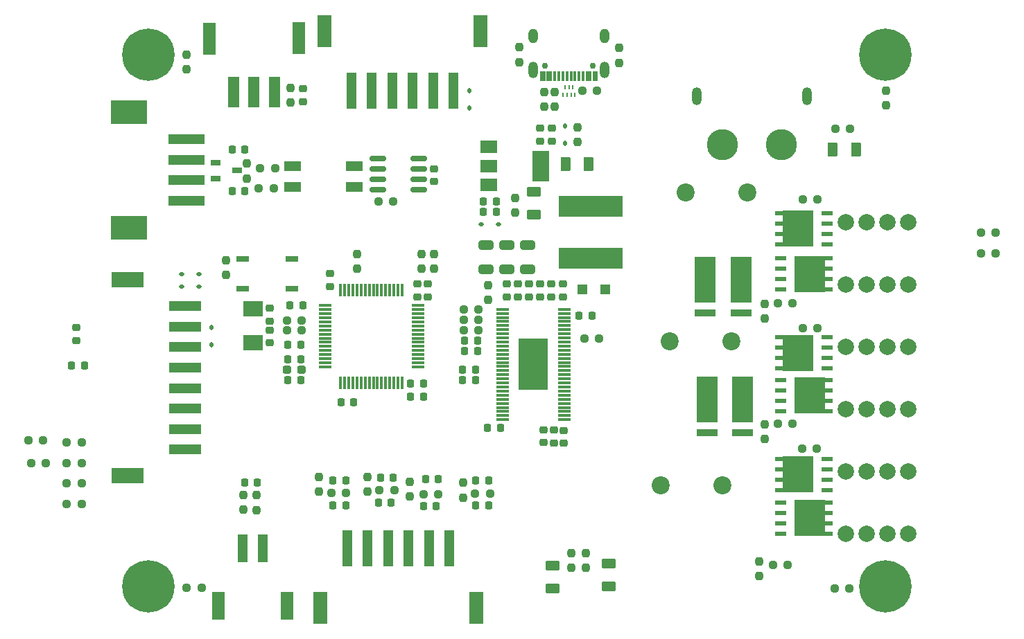
<source format=gts>
G04 #@! TF.GenerationSoftware,KiCad,Pcbnew,7.0.10*
G04 #@! TF.CreationDate,2024-02-17T13:30:06-08:00*
G04 #@! TF.ProjectId,BLDC_Motor Controller,424c4443-5f4d-46f7-946f-7220436f6e74,rev01_1*
G04 #@! TF.SameCoordinates,Original*
G04 #@! TF.FileFunction,Soldermask,Top*
G04 #@! TF.FilePolarity,Negative*
%FSLAX46Y46*%
G04 Gerber Fmt 4.6, Leading zero omitted, Abs format (unit mm)*
G04 Created by KiCad (PCBNEW 7.0.10) date 2024-02-17 13:30:06*
%MOMM*%
%LPD*%
G01*
G04 APERTURE LIST*
G04 Aperture macros list*
%AMRoundRect*
0 Rectangle with rounded corners*
0 $1 Rounding radius*
0 $2 $3 $4 $5 $6 $7 $8 $9 X,Y pos of 4 corners*
0 Add a 4 corners polygon primitive as box body*
4,1,4,$2,$3,$4,$5,$6,$7,$8,$9,$2,$3,0*
0 Add four circle primitives for the rounded corners*
1,1,$1+$1,$2,$3*
1,1,$1+$1,$4,$5*
1,1,$1+$1,$6,$7*
1,1,$1+$1,$8,$9*
0 Add four rect primitives between the rounded corners*
20,1,$1+$1,$2,$3,$4,$5,0*
20,1,$1+$1,$4,$5,$6,$7,0*
20,1,$1+$1,$6,$7,$8,$9,0*
20,1,$1+$1,$8,$9,$2,$3,0*%
G04 Aperture macros list end*
%ADD10RoundRect,0.237500X0.237500X-0.250000X0.237500X0.250000X-0.237500X0.250000X-0.237500X-0.250000X0*%
%ADD11RoundRect,0.225000X0.225000X0.250000X-0.225000X0.250000X-0.225000X-0.250000X0.225000X-0.250000X0*%
%ADD12RoundRect,0.237500X0.250000X0.237500X-0.250000X0.237500X-0.250000X-0.237500X0.250000X-0.237500X0*%
%ADD13RoundRect,0.237500X-0.250000X-0.237500X0.250000X-0.237500X0.250000X0.237500X-0.250000X0.237500X0*%
%ADD14C,2.200000*%
%ADD15R,1.397003X0.609601*%
%ADD16R,3.810008X4.500000*%
%ADD17RoundRect,0.225000X-0.225000X-0.250000X0.225000X-0.250000X0.225000X0.250000X-0.225000X0.250000X0*%
%ADD18R,2.000000X1.200000*%
%ADD19RoundRect,0.225000X-0.250000X0.225000X-0.250000X-0.225000X0.250000X-0.225000X0.250000X0.225000X0*%
%ADD20R,4.500000X1.300000*%
%ADD21R,4.500000X3.000000*%
%ADD22R,1.200000X1.200000*%
%ADD23RoundRect,0.112500X0.187500X0.112500X-0.187500X0.112500X-0.187500X-0.112500X0.187500X-0.112500X0*%
%ADD24RoundRect,0.250000X0.625000X-0.375000X0.625000X0.375000X-0.625000X0.375000X-0.625000X-0.375000X0*%
%ADD25R,1.399543X3.800000*%
%ADD26R,1.600000X4.000000*%
%ADD27RoundRect,0.225000X0.250000X-0.225000X0.250000X0.225000X-0.250000X0.225000X-0.250000X-0.225000X0*%
%ADD28R,1.220000X0.650000*%
%ADD29RoundRect,0.237500X-0.237500X0.250000X-0.237500X-0.250000X0.237500X-0.250000X0.237500X0.250000X0*%
%ADD30R,2.600000X5.600000*%
%ADD31R,2.600000X0.900000*%
%ADD32R,2.400000X1.900000*%
%ADD33RoundRect,0.250000X-0.625000X0.375000X-0.625000X-0.375000X0.625000X-0.375000X0.625000X0.375000X0*%
%ADD34RoundRect,0.112500X0.112500X-0.187500X0.112500X0.187500X-0.112500X0.187500X-0.112500X-0.187500X0*%
%ADD35RoundRect,0.250000X0.375000X0.625000X-0.375000X0.625000X-0.375000X-0.625000X0.375000X-0.625000X0*%
%ADD36R,1.580010X0.800000*%
%ADD37R,1.550000X0.300000*%
%ADD38R,3.610000X6.350000*%
%ADD39C,0.750013*%
%ADD40R,0.300000X1.300000*%
%ADD41O,1.200000X2.000000*%
%ADD42O,1.200000X1.800000*%
%ADD43C,0.800000*%
%ADD44C,6.400000*%
%ADD45R,2.000000X1.500000*%
%ADD46R,2.000000X3.800000*%
%ADD47R,7.800025X2.600000*%
%ADD48RoundRect,0.150000X0.825000X0.150000X-0.825000X0.150000X-0.825000X-0.150000X0.825000X-0.150000X0*%
%ADD49RoundRect,0.112500X-0.112500X0.187500X-0.112500X-0.187500X0.112500X-0.187500X0.112500X0.187500X0*%
%ADD50RoundRect,0.250000X0.650000X-0.325000X0.650000X0.325000X-0.650000X0.325000X-0.650000X-0.325000X0*%
%ADD51R,0.250013X0.529997*%
%ADD52C,2.004000*%
%ADD53R,1.300000X4.500000*%
%ADD54R,1.800000X3.900000*%
%ADD55RoundRect,0.250000X-0.375000X-0.625000X0.375000X-0.625000X0.375000X0.625000X-0.375000X0.625000X0*%
%ADD56RoundRect,0.075000X-0.700000X-0.075000X0.700000X-0.075000X0.700000X0.075000X-0.700000X0.075000X0*%
%ADD57RoundRect,0.075000X-0.075000X-0.700000X0.075000X-0.700000X0.075000X0.700000X-0.075000X0.700000X0*%
%ADD58RoundRect,0.237500X0.287500X0.237500X-0.287500X0.237500X-0.287500X-0.237500X0.287500X-0.237500X0*%
%ADD59R,1.200000X3.500000*%
%ADD60R,1.500000X3.400000*%
%ADD61RoundRect,0.112500X-0.187500X-0.112500X0.187500X-0.112500X0.187500X0.112500X-0.187500X0.112500X0*%
%ADD62R,4.000000X1.300000*%
%ADD63R,4.000000X1.900000*%
%ADD64C,3.800000*%
%ADD65O,1.200000X2.200000*%
G04 APERTURE END LIST*
D10*
X240012500Y-168000500D03*
X240012500Y-166175500D03*
D11*
X200805955Y-156132737D03*
X199255955Y-156132737D03*
X190492069Y-146712080D03*
X188942069Y-146712080D03*
D12*
X244076500Y-149308000D03*
X242251500Y-149308000D03*
D13*
X218375500Y-108643621D03*
X220200500Y-108643621D03*
D12*
X205722500Y-136608000D03*
X203897500Y-136608000D03*
D14*
X236566873Y-139275000D03*
X229067000Y-139275000D03*
D10*
X222855491Y-105198159D03*
X222855491Y-103373159D03*
D15*
X242605189Y-129114971D03*
X242605189Y-130384973D03*
X242605189Y-131654976D03*
X242605189Y-132924978D03*
X248244000Y-132924978D03*
X248244000Y-131654976D03*
X248244000Y-130384973D03*
X248244000Y-129114971D03*
D16*
X246135796Y-131019975D03*
D17*
X198981976Y-159379567D03*
X200531976Y-159379567D03*
D18*
X183021554Y-117877959D03*
X183021554Y-120417965D03*
X190521682Y-120417965D03*
X190521682Y-117877959D03*
D19*
X209128000Y-132277000D03*
X209128000Y-133827000D03*
D20*
X170040000Y-114569987D03*
X170040000Y-117069987D03*
X170040000Y-119570013D03*
X170040000Y-122070013D03*
D21*
X163040000Y-125420076D03*
X163040000Y-111219924D03*
D22*
X221196000Y-132883432D03*
X218396000Y-132883432D03*
D23*
X171570000Y-131020000D03*
X169470000Y-131020000D03*
D24*
X214716000Y-169504000D03*
X214716000Y-166704000D03*
D13*
X151065500Y-154134000D03*
X152890500Y-154134000D03*
D10*
X255459543Y-110417337D03*
X255459543Y-108592337D03*
D25*
X175778038Y-108785611D03*
X178277911Y-108785103D03*
X180778038Y-108785103D03*
D26*
X183728000Y-102219190D03*
X172828076Y-102228588D03*
D27*
X216105069Y-151701370D03*
X216105069Y-150151370D03*
D13*
X179030719Y-118064356D03*
X180855719Y-118064356D03*
D28*
X173631708Y-117430676D03*
X173631708Y-119330676D03*
X176251708Y-118380676D03*
D13*
X155415500Y-151624000D03*
X157240500Y-151624000D03*
D19*
X214623012Y-132277000D03*
X214623012Y-133827000D03*
D10*
X203813072Y-158367185D03*
X203813072Y-156542185D03*
D11*
X206928038Y-156319906D03*
X205378038Y-156319906D03*
D29*
X213700000Y-108747121D03*
X213700000Y-110572121D03*
D17*
X203781000Y-143974000D03*
X205331000Y-143974000D03*
D30*
X233592248Y-146363192D03*
D31*
X233592248Y-150457172D03*
D30*
X237992044Y-146363192D03*
D31*
X237992044Y-150457172D03*
D12*
X207125023Y-157886586D03*
X205300023Y-157886586D03*
D32*
X178139797Y-139420051D03*
X178139797Y-135319975D03*
D13*
X267040000Y-125970000D03*
X268865000Y-125970000D03*
D12*
X195300734Y-122140171D03*
X193475734Y-122140171D03*
D13*
X245196000Y-152356000D03*
X247021000Y-152356000D03*
D12*
X243465000Y-166580000D03*
X241640000Y-166580000D03*
D17*
X187955191Y-159291195D03*
X189505191Y-159291195D03*
D10*
X174838000Y-131170500D03*
X174838000Y-129345500D03*
D33*
X212430000Y-120984000D03*
X212430000Y-123784000D03*
D10*
X198714000Y-130408500D03*
X198714000Y-128583500D03*
D34*
X173060000Y-139690000D03*
X173060000Y-137590000D03*
D11*
X183995000Y-141434000D03*
X182445000Y-141434000D03*
D15*
X248244000Y-142577029D03*
X248244000Y-141307027D03*
X248244000Y-140037024D03*
X248244000Y-138767022D03*
X242605189Y-138767022D03*
X242605189Y-140037024D03*
X242605189Y-141307027D03*
X242605189Y-142577029D03*
D16*
X244713393Y-140672025D03*
D13*
X249260000Y-113240000D03*
X251085000Y-113240000D03*
D10*
X218780000Y-166984500D03*
X218780000Y-165159500D03*
D35*
X251800000Y-115780000D03*
X249000000Y-115780000D03*
D10*
X240624000Y-151236500D03*
X240624000Y-149411500D03*
D13*
X182307500Y-137878000D03*
X184132500Y-137878000D03*
D10*
X190840000Y-130408500D03*
X190840000Y-128583500D03*
D36*
X176918000Y-129170114D03*
X182918000Y-129170114D03*
X176918000Y-132869886D03*
X182918000Y-132869886D03*
D13*
X245299500Y-121876000D03*
X247124500Y-121876000D03*
D19*
X180190064Y-135241839D03*
X180190064Y-136791839D03*
D37*
X208665857Y-135350104D03*
X208665857Y-135850104D03*
X208665857Y-136350104D03*
X208665857Y-136850104D03*
X208665857Y-137350104D03*
X208665857Y-137850104D03*
X208665857Y-138350104D03*
X208665857Y-138850104D03*
X208665857Y-139350104D03*
X208665857Y-139850104D03*
X208665857Y-140350104D03*
X208665857Y-140850104D03*
X208665857Y-141350104D03*
X208665857Y-141850104D03*
X208665857Y-142350104D03*
X208665857Y-142850104D03*
X208665857Y-143350104D03*
X208665857Y-143850104D03*
X208665857Y-144350104D03*
X208665857Y-144850104D03*
X208665857Y-145350104D03*
X208665857Y-145850104D03*
X208665857Y-146350104D03*
X208665857Y-146850104D03*
X208665857Y-147350104D03*
X208665857Y-147850104D03*
X208665857Y-148350104D03*
X208665857Y-148850104D03*
X216165857Y-148850104D03*
X216165857Y-148350104D03*
X216165857Y-147850104D03*
X216165857Y-147350104D03*
X216165857Y-146850104D03*
X216165857Y-146350104D03*
X216165857Y-145850104D03*
X216165857Y-145350104D03*
X216165857Y-144850104D03*
X216165857Y-144350104D03*
X216165857Y-143850104D03*
X216165857Y-143350104D03*
X216165857Y-142850104D03*
X216165857Y-142350104D03*
X216165857Y-141850104D03*
X216165857Y-141350104D03*
X216165857Y-140850104D03*
X216165857Y-140350104D03*
X216165857Y-139850104D03*
X216165857Y-139350104D03*
X216165857Y-138850104D03*
X216165857Y-138350104D03*
X216165857Y-137850104D03*
X216165857Y-137350104D03*
X216165857Y-136850104D03*
X216165857Y-136350104D03*
X216165857Y-135850104D03*
X216165857Y-135350104D03*
D38*
X212415857Y-142100104D03*
D27*
X214885945Y-151676626D03*
X214885945Y-150126626D03*
D10*
X240624000Y-136504500D03*
X240624000Y-134679500D03*
X192165620Y-157641789D03*
X192165620Y-155816789D03*
D15*
X248244000Y-127381266D03*
X248244000Y-126111264D03*
X248244000Y-124841261D03*
X248244000Y-123571259D03*
X242605189Y-123571259D03*
X242605189Y-124841261D03*
X242605189Y-126111264D03*
X242605189Y-127381266D03*
D16*
X244713393Y-125476262D03*
D17*
X204035000Y-139148000D03*
X205585000Y-139148000D03*
D11*
X177150000Y-120860000D03*
X175600000Y-120860000D03*
D13*
X203897500Y-137878000D03*
X205722500Y-137878000D03*
D10*
X210687440Y-105104876D03*
X210687440Y-103279876D03*
D15*
X242605189Y-158960000D03*
X242605189Y-160230002D03*
X242605189Y-161500005D03*
X242605189Y-162770007D03*
X248244000Y-162770007D03*
X248244000Y-161500005D03*
X248244000Y-160230002D03*
X248244000Y-158960000D03*
D16*
X246135796Y-160865004D03*
D39*
X219648940Y-105595621D03*
X213849092Y-105595621D03*
D40*
X220099029Y-106864100D03*
X219298927Y-106864100D03*
X217998953Y-106864100D03*
X216998953Y-106864100D03*
X216499080Y-106864100D03*
X215499334Y-106864100D03*
X214198851Y-106864100D03*
X213399003Y-106864100D03*
X213698978Y-106864100D03*
X214499080Y-106864100D03*
X214998953Y-106864100D03*
X215998953Y-106864100D03*
X217499080Y-106864100D03*
X218499080Y-106864100D03*
X218998953Y-106864100D03*
X219799054Y-106864100D03*
D41*
X221074137Y-106095748D03*
D42*
X221074137Y-101895850D03*
D41*
X212423895Y-106095748D03*
D42*
X212423895Y-101895850D03*
D27*
X213688338Y-151651882D03*
X213688338Y-150101882D03*
X213192000Y-114777000D03*
X213192000Y-113227000D03*
D10*
X200238000Y-130408500D03*
X200238000Y-128583500D03*
D11*
X195303784Y-155956201D03*
X193753784Y-155956201D03*
D13*
X150740000Y-151370000D03*
X152565000Y-151370000D03*
D27*
X214686000Y-114764000D03*
X214686000Y-113214000D03*
D43*
X162960000Y-104200000D03*
X163662944Y-102502944D03*
X163662944Y-105897056D03*
X165360000Y-101800000D03*
D44*
X165360000Y-104200000D03*
D43*
X165360000Y-106600000D03*
X167057056Y-102502944D03*
X167057056Y-105897056D03*
X167760000Y-104200000D03*
D11*
X177150000Y-115780000D03*
X175600000Y-115780000D03*
D43*
X162960000Y-169200000D03*
X163662944Y-167502944D03*
X163662944Y-170897056D03*
X165360000Y-166800000D03*
D44*
X165360000Y-169200000D03*
D43*
X165360000Y-171600000D03*
X167057056Y-167502944D03*
X167057056Y-170897056D03*
X167760000Y-169200000D03*
D29*
X177005602Y-158047500D03*
X177005602Y-159872500D03*
D15*
X248244000Y-157436000D03*
X248244000Y-156165998D03*
X248244000Y-154895995D03*
X248244000Y-153625993D03*
X242605189Y-153625993D03*
X242605189Y-154895995D03*
X242605189Y-156165998D03*
X242605189Y-157436000D03*
D16*
X244713393Y-155530996D03*
D29*
X210144000Y-121725500D03*
X210144000Y-123550500D03*
D13*
X218629500Y-138894000D03*
X220454500Y-138894000D03*
D45*
X206994000Y-115512000D03*
X206994000Y-117812000D03*
D46*
X213294000Y-117812000D03*
D45*
X206994000Y-120112000D03*
D11*
X183995000Y-139656000D03*
X182445000Y-139656000D03*
D13*
X182307500Y-136689180D03*
X184132500Y-136689180D03*
D24*
X221574000Y-169250000D03*
X221574000Y-166450000D03*
D29*
X215047206Y-108747121D03*
X215047206Y-110572121D03*
D13*
X155415500Y-159154000D03*
X157240500Y-159154000D03*
D12*
X250996681Y-169531337D03*
X249171681Y-169531337D03*
D47*
X219439898Y-129139898D03*
X219439898Y-122740102D03*
D19*
X200274888Y-118158727D03*
X200274888Y-119708727D03*
D27*
X187538000Y-132557000D03*
X187538000Y-131007000D03*
D17*
X156029000Y-142196000D03*
X157579000Y-142196000D03*
D11*
X189505191Y-156243195D03*
X187955191Y-156243195D03*
D27*
X198206000Y-133827000D03*
X198206000Y-132277000D03*
X199476000Y-133827000D03*
X199476000Y-132277000D03*
D10*
X197325552Y-158238102D03*
X197325552Y-156413102D03*
D19*
X213249259Y-132277000D03*
X213249259Y-133827000D03*
D48*
X198395000Y-120733000D03*
X198395000Y-119463000D03*
X198395000Y-118193000D03*
X198395000Y-116923000D03*
X193445000Y-116923000D03*
X193445000Y-118193000D03*
X193445000Y-119463000D03*
X193445000Y-120733000D03*
D13*
X155415500Y-154134000D03*
X157240500Y-154134000D03*
D29*
X206842000Y-132393500D03*
X206842000Y-134218500D03*
D49*
X216240000Y-112952000D03*
X216240000Y-115052000D03*
D13*
X178893515Y-120583006D03*
X180718515Y-120583006D03*
D29*
X177410139Y-117530856D03*
X177410139Y-119355856D03*
D12*
X244076500Y-134576000D03*
X242251500Y-134576000D03*
D23*
X171570000Y-132544000D03*
X169470000Y-132544000D03*
D43*
X252960000Y-169200000D03*
X253662944Y-167502944D03*
X253662944Y-170897056D03*
X255360000Y-166800000D03*
D44*
X255360000Y-169200000D03*
D43*
X255360000Y-171600000D03*
X257057056Y-167502944D03*
X257057056Y-170897056D03*
X257760000Y-169200000D03*
D27*
X180190064Y-139466684D03*
X180190064Y-137916684D03*
D29*
X182712000Y-108263500D03*
X182712000Y-110088500D03*
X217764000Y-113089500D03*
X217764000Y-114914500D03*
D30*
X233344102Y-131703487D03*
D31*
X233344102Y-135797467D03*
D30*
X237743898Y-131703487D03*
D31*
X237743898Y-135797467D03*
D50*
X211668000Y-130463000D03*
X211668000Y-127513000D03*
D29*
X178633453Y-158096416D03*
X178633453Y-159921416D03*
D12*
X189539191Y-157767195D03*
X187714191Y-157767195D03*
D11*
X183995000Y-143974000D03*
X182445000Y-143974000D03*
D51*
X215997936Y-109093710D03*
X216498064Y-109093710D03*
X216997936Y-109093710D03*
X217498064Y-109093710D03*
X217248127Y-108193685D03*
X216748000Y-108193685D03*
X216248127Y-108193685D03*
D52*
X250530000Y-155150000D03*
X250530000Y-162770000D03*
X253070000Y-155150000D03*
X253070000Y-162770000D03*
X255610000Y-155150000D03*
X255610000Y-162770000D03*
X258150000Y-155150000D03*
X258150000Y-162770000D03*
D13*
X170051016Y-169446774D03*
X171876016Y-169446774D03*
D17*
X203781000Y-142704000D03*
X205331000Y-142704000D03*
D19*
X156550000Y-137611000D03*
X156550000Y-139161000D03*
D17*
X193512784Y-159004201D03*
X195062784Y-159004201D03*
D53*
X189674978Y-164560005D03*
X192174978Y-164560005D03*
X194675004Y-164560005D03*
X197175004Y-164560005D03*
X199675004Y-164560005D03*
X202175004Y-164560005D03*
D54*
X205474877Y-171860107D03*
X186375055Y-171860107D03*
D17*
X204035000Y-140418000D03*
X205585000Y-140418000D03*
D50*
X209158000Y-130463000D03*
X209158000Y-127513000D03*
D43*
X252960000Y-104200000D03*
X253662944Y-102502944D03*
X253662944Y-105897056D03*
X255360000Y-101800000D03*
D44*
X255360000Y-104200000D03*
D43*
X255360000Y-106600000D03*
X257057056Y-102502944D03*
X257057056Y-105897056D03*
X257760000Y-104200000D03*
D19*
X215996765Y-132277000D03*
X215996765Y-133827000D03*
D55*
X216364000Y-117558000D03*
X219164000Y-117558000D03*
D11*
X208379000Y-149816000D03*
X206829000Y-149816000D03*
X184249000Y-134830000D03*
X182699000Y-134830000D03*
D17*
X218005000Y-136100000D03*
X219555000Y-136100000D03*
D12*
X200793000Y-157944000D03*
X198968000Y-157944000D03*
D19*
X210501753Y-132277000D03*
X210501753Y-133827000D03*
D56*
X186943000Y-134890000D03*
X186943000Y-135390000D03*
X186943000Y-135890000D03*
X186943000Y-136390000D03*
X186943000Y-136890000D03*
X186943000Y-137390000D03*
X186943000Y-137890000D03*
X186943000Y-138390000D03*
X186943000Y-138890000D03*
X186943000Y-139390000D03*
X186943000Y-139890000D03*
X186943000Y-140390000D03*
X186943000Y-140890000D03*
X186943000Y-141390000D03*
X186943000Y-141890000D03*
X186943000Y-142390000D03*
D57*
X188868000Y-144315000D03*
X189368000Y-144315000D03*
X189868000Y-144315000D03*
X190368000Y-144315000D03*
X190868000Y-144315000D03*
X191368000Y-144315000D03*
X191868000Y-144315000D03*
X192368000Y-144315000D03*
X192868000Y-144315000D03*
X193368000Y-144315000D03*
X193868000Y-144315000D03*
X194368000Y-144315000D03*
X194868000Y-144315000D03*
X195368000Y-144315000D03*
X195868000Y-144315000D03*
X196368000Y-144315000D03*
D56*
X198293000Y-142390000D03*
X198293000Y-141890000D03*
X198293000Y-141390000D03*
X198293000Y-140890000D03*
X198293000Y-140390000D03*
X198293000Y-139890000D03*
X198293000Y-139390000D03*
X198293000Y-138890000D03*
X198293000Y-138390000D03*
X198293000Y-137890000D03*
X198293000Y-137390000D03*
X198293000Y-136890000D03*
X198293000Y-136390000D03*
X198293000Y-135890000D03*
X198293000Y-135390000D03*
X198293000Y-134890000D03*
D57*
X196368000Y-132965000D03*
X195868000Y-132965000D03*
X195368000Y-132965000D03*
X194868000Y-132965000D03*
X194368000Y-132965000D03*
X193868000Y-132965000D03*
X193368000Y-132965000D03*
X192868000Y-132965000D03*
X192368000Y-132965000D03*
X191868000Y-132965000D03*
X191368000Y-132965000D03*
X190868000Y-132965000D03*
X190368000Y-132965000D03*
X189868000Y-132965000D03*
X189368000Y-132965000D03*
X188868000Y-132965000D03*
D34*
X204556000Y-110734000D03*
X204556000Y-108634000D03*
D58*
X184095000Y-142704000D03*
X182345000Y-142704000D03*
D59*
X176890013Y-164588504D03*
X179389886Y-164588504D03*
D60*
X182340102Y-171638542D03*
X173940051Y-171638542D03*
D10*
X186190191Y-157663695D03*
X186190191Y-155838695D03*
X217002000Y-166984500D03*
X217002000Y-165159500D03*
D13*
X155415500Y-156644000D03*
X157240500Y-156644000D03*
D17*
X206321000Y-123400000D03*
X207871000Y-123400000D03*
D50*
X206648000Y-130463000D03*
X206648000Y-127513000D03*
D10*
X170012000Y-106024500D03*
X170012000Y-104199500D03*
D12*
X195441284Y-157480201D03*
X193616284Y-157480201D03*
D52*
X258150000Y-132290000D03*
X258150000Y-124670000D03*
X255610000Y-132290000D03*
X255610000Y-124670000D03*
X253070000Y-132290000D03*
X253070000Y-124670000D03*
X250530000Y-132290000D03*
X250530000Y-124670000D03*
D13*
X245299500Y-137624000D03*
X247124500Y-137624000D03*
D17*
X197431000Y-146006000D03*
X198981000Y-146006000D03*
X197417042Y-144415623D03*
X198967042Y-144415623D03*
D61*
X206046000Y-124924000D03*
X208146000Y-124924000D03*
D19*
X211875506Y-132277000D03*
X211875506Y-133827000D03*
D27*
X184236000Y-109951000D03*
X184236000Y-108401000D03*
D15*
X242605189Y-143974000D03*
X242605189Y-145244002D03*
X242605189Y-146514005D03*
X242605189Y-147784007D03*
X248244000Y-147784007D03*
X248244000Y-146514005D03*
X248244000Y-145244002D03*
X248244000Y-143974000D03*
D16*
X246135796Y-145879004D03*
D13*
X267040000Y-128480000D03*
X268865000Y-128480000D03*
D17*
X177143322Y-156518379D03*
X178693322Y-156518379D03*
D62*
X169840025Y-134980325D03*
X169840025Y-137480452D03*
X169840025Y-139980325D03*
X169840025Y-142480452D03*
X169840025Y-144980325D03*
X169840025Y-147480452D03*
X169840025Y-149980325D03*
X169840025Y-152480452D03*
D63*
X162840025Y-155730389D03*
X162840025Y-131730389D03*
D13*
X203897500Y-135338000D03*
X205722500Y-135338000D03*
D17*
X206321000Y-122130000D03*
X207871000Y-122130000D03*
D64*
X235500152Y-115260292D03*
X242700051Y-115260292D03*
D65*
X245850165Y-109260292D03*
X232350038Y-109260292D03*
D52*
X250530000Y-139910000D03*
X250530000Y-147530000D03*
X253070000Y-139910000D03*
X253070000Y-147530000D03*
X255610000Y-139910000D03*
X255610000Y-147530000D03*
X258150000Y-139910000D03*
X258150000Y-147530000D03*
D53*
X202673022Y-108655995D03*
X200173022Y-108655995D03*
X197672996Y-108655995D03*
X195172996Y-108655995D03*
X192672996Y-108655995D03*
X190172996Y-108655995D03*
D54*
X186873123Y-101355893D03*
X205972945Y-101355893D03*
D17*
X205389534Y-159326257D03*
X206939534Y-159326257D03*
D14*
X238543172Y-121100589D03*
X231043299Y-121100589D03*
X235495172Y-156914589D03*
X227995299Y-156914589D03*
M02*

</source>
